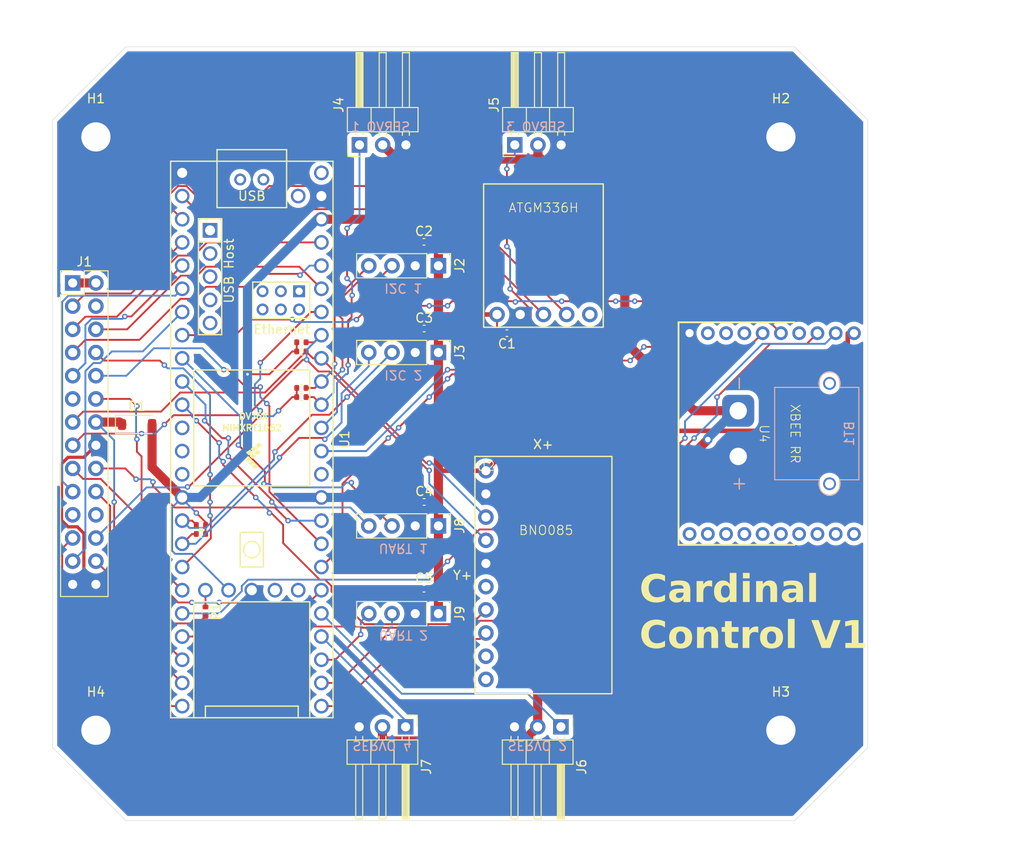
<source format=kicad_pcb>
(kicad_pcb (version 20240108) (generator "pcbnew") (generator_version "8.0")
  (layers (0 "F.Cu" signal) (31 "B.Cu" signal) (34 "B.Paste" user) (35 "F.Paste" user) (36 "B.SilkS" user "B.Silkscreen") (37 "F.SilkS" user "F.Silkscreen") (38 "B.Mask" user) (39 "F.Mask" user) (44 "Edge.Cuts" user))
  (net 0 "")
  (net 1 "+SERVO")
  (net 2 "GND")
  (net 3 "+3V3")
  (net 4 "Net-(D1-K)")
  (net 5 "/PWM_2")
  (net 6 "/ENA_1")
  (net 7 "/S_OX_2")
  (net 8 "/SPEED_3")
  (net 9 "/SPEED_1")
  (net 10 "+BATT")
  (net 11 "/SCL")
  (net 12 "/PWM_3")
  (net 13 "/SDA")
  (net 14 "/SPEED_4")
  (net 15 "/ENA_2")
  (net 16 "/SPEED_2")
  (net 17 "/NFAULT_3")
  (net 18 "/NFAULT_1")
  (net 19 "/S_OX_3")
  (net 20 "/S_OX_1")
  (net 21 "/NFAULT_2")
  (net 22 "/PWM_1")
  (net 23 "/ENA_3")
  (net 24 "/PWM_4")
  (net 25 "/S_OX_4")
  (net 26 "/ENA_4")
  (net 27 "/NFAULT_4")
  (net 28 "/SCL_2")
  (net 29 "/SDA_2")
  (net 30 "/SDA_3")
  (net 31 "/SCL_3")
  (net 32 "/SERVO_1")
  (net 33 "/SERVO_3")
  (net 34 "/SERVO_2")
  (net 35 "/SERVO_4")
  (net 36 "/RX_2")
  (net 37 "/TX_2")
  (net 38 "/VBAT")
  (net 40 "/GPS_RX")
  (net 41 "/RESET_IMU")
  (net 43 "/GPS_TX")
  (net 53 "/TX_8")
  (net 62 "/IMU_INT")
  (net 65 "/RX_8")
  (net 70 "/XBEE_TX")
  (net 71 "/XBEE_RX")
  (net 72 "/XBEE_RESET")
  (net 73 "/RSSI")
  (footprint "Connector_PinHeader_2.54mm:PinHeader_1x04_P2.54mm_Vertical" (layer "F.Cu") (at 94.499998 93.225026 -90)
    (property "Reference" "J9")
    (property "Value" "UART 2")
  )
  (footprint "Diode_SMD:D_SOD-123" (layer "F.Cu") (at 61.5 72.5)
    (property "Reference" "D1")
    (property "Value" "MMSZ4679")
  )
  (footprint "Resistor_SMD:R_0402_1005Metric" (layer "F.Cu") (at 79.5 63.5)
    (property "Reference" "R3" (hide yes))
    (property "Value" "4.7k")
  )
  (footprint "Resistor_SMD:R_0402_1005Metric" (layer "F.Cu") (at 79.5 68.5)
    (property "Reference" "R6" (hide yes))
    (property "Value" "4.7k")
  )
  (footprint "teensy:Teensy41" (layer "F.Cu") (at 74.0692 74.1468 -90)
    (property "Reference" "U1")
    (property "Value" "Teensy4.1")
  )
  (footprint "Resistor_SMD:R_0402_1005Metric" (layer "F.Cu") (at 68.5 84.5 180)
    (property "Reference" "R4" (hide yes))
    (property "Value" "4.7k")
  )
  (footprint "Capacitor_SMD:C_0402_1005Metric" (layer "F.Cu") (at 92.92 52.491349)
    (property "Reference" "C2")
    (property "Value" "0.1uF")
  )
  (footprint "Capacitor_SMD:C_0402_1005Metric" (layer "F.Cu") (at 102 62.5 180)
    (property "Reference" "C1")
    (property "Value" "0.1uF")
  )
  (footprint "Connector_PinHeader_2.54mm:PinHeader_1x04_P2.54mm_Vertical" (layer "F.Cu") (at 94.499998 83.615026 -90)
    (property "Reference" "J8")
    (property "Value" "UART 1")
  )
  (footprint "Connector_PinHeader_2.54mm:PinHeader_1x03_P2.54mm_Horizontal" (layer "F.Cu") (at 107.9112 105.625 -90)
    (property "Reference" "J6")
    (property "Value" "SERVO_2")
  )
  (footprint "Connector_PinHeader_2.54mm:PinHeader_1x03_P2.54mm_Horizontal" (layer "F.Cu") (at 102.8612 41.875 90)
    (property "Reference" "J5")
    (property "Value" "SERVO_3")
  )
  (footprint "Capacitor_SMD:C_0402_1005Metric" (layer "F.Cu") (at 92.94 61.991349)
    (property "Reference" "C3")
    (property "Value" "0.1uF")
  )
  (footprint "Resistor_SMD:R_0402_1005Metric" (layer "F.Cu") (at 69 93 -90)
    (property "Reference" "R1")
    (property "Value" "3.3k")
  )
  (footprint "Connector_PinHeader_2.54mm:PinHeader_1x04_P2.54mm_Vertical" (layer "F.Cu") (at 94.499998 55.115026 -90)
    (property "Reference" "J2")
    (property "Value" "I2C 1")
  )
  (footprint "Custom:ATGM336H_PCB" (layer "F.Cu") (at 100.92 60.45)
    (property "Reference" "U3" (hide yes))
    (property "Value" "~")
  )
  (footprint "Capacitor_SMD:C_0402_1005Metric" (layer "F.Cu") (at 92.92 90.491349)
    (property "Reference" "C5")
    (property "Value" "0.1uF")
  )
  (footprint "Custom:BNO055_PCB" (layer "F.Cu") (at 99.7 77.57)
    (property "Reference" "U2")
    (property "Value" "~")
  )
  (footprint "Capacitor_SMD:C_0402_1005Metric" (layer "F.Cu") (at 92.94 80.991349)
    (property "Reference" "C4")
    (property "Value" "0.1uF")
  )
  (footprint "Resistor_SMD:R_0402_1005Metric" (layer "F.Cu") (at 68.5 83.5 180)
    (property "Reference" "R5" (hide yes))
    (property "Value" "4.7k")
  )
  (footprint "MountingHole:MountingHole_3.2mm_M3_Pad" (layer "F.Cu") (at 132 106)
    (property "Reference" "H3")
    (property "Value" "MountingHole_Pad")
  )
  (footprint "Connector_PinHeader_2.54mm:PinHeader_1x03_P2.54mm_Horizontal" (layer "F.Cu") (at 85.8612 41.875 90)
    (property "Reference" "J4")
    (property "Value" "SERVO_1")
  )
  (footprint "MountingHole:MountingHole_3.2mm_M3_Pad" (layer "F.Cu") (at 57 41)
    (property "Reference" "H1")
    (property "Value" "MountingHole_Pad")
  )
  (footprint "Custom:XBEE_RR_THT" (layer "F.Cu") (at 129.68 73.5 -90)
    (property "Reference" "U4")
    (property "Value" "~")
  )
  (footprint "Connector_PinHeader_2.54mm:PinHeader_1x04_P2.54mm_Vertical" (layer "F.Cu") (at 94.499998 64.615026 -90)
    (property "Reference" "J3")
    (property "Value" "I2C 2")
  )
  (footprint "MountingHole:MountingHole_3.2mm_M3_Pad" (layer "F.Cu") (at 57 106)
    (property "Reference" "H4")
    (property "Value" "MountingHole_Pad")
  )
  (footprint "Connector_PinHeader_2.54mm:PinHeader_1x03_P2.54mm_Horizontal" (layer "F.Cu") (at 90.9112 105.625 -90)
    (property "Reference" "J7")
    (property "Value" "SERVO_4")
  )
  (footprint "MountingHole:MountingHole_3.2mm_M3_Pad" (layer "F.Cu") (at 132 41)
    (property "Reference" "H2")
    (property "Value" "MountingHole_Pad")
  )
  (footprint "Resistor_SMD:R_0402_1005Metric" (layer "F.Cu") (at 79.5 69.5)
    (property "Reference" "R7" (hide yes))
    (property "Value" "4.7k")
  )
  (footprint "Resistor_SMD:R_0402_1005Metric" (layer "F.Cu") (at 79.5 64.5)
    (property "Reference" "R2" (hide yes))
    (property "Value" "4.7k")
  )
  (footprint "Connector_PinHeader_2.54mm:PinHeader_2x14_P2.54mm_Vertical" (layer "F.Cu") (at 54.46 57)
    (property "Reference" "J1")
    (property "Value" "Conn_02x14_Odd_Even")
  )
  (footprint "Connector_AMASS:AMASS_XT30PW-M_1x02_P2.50mm_Horizontal" (layer "B.Cu") (at 127.325 71 90)
    (property "Reference" "BT1")
    (property "Value" "Battery")
  )
  (gr_line (start 141.5112 39.1318) (end 133.5112 31.1318) (stroke (width 0.05)) (layer "Edge.Cuts"))
  (gr_line (start 133.5112 115.8918) (end 141.5112 107.8918) (stroke (width 0.05)) (layer "Edge.Cuts"))
  (gr_line (start 141.5112 107.8918) (end 141.5112 39.1318) (stroke (width 0.05)) (layer "Edge.Cuts"))
  (gr_line (start 133.5112 115.8918) (end 60.2612 115.8918) (stroke (width 0.05)) (layer "Edge.Cuts"))
  (gr_line (start 133.5112 31.1318) (end 60.2612 31.1318) (stroke (width 0.05)) (layer "Edge.Cuts"))
  (gr_line (start 52.2612 107.8918) (end 60.2612 115.8918) (stroke (width 0.05)) (layer "Edge.Cuts"))
  (gr_line (start 52.2612 107.8918) (end 52.2612 39.1318) (stroke (width 0.05)) (layer "Edge.Cuts"))
  (gr_line (start 60.2612 31.1318) (end 52.2612 39.1318) (stroke (width 0.05)) (layer "Edge.Cuts"))
  (gr_text "UART 1" (at 87.874523 85.491349 180) (layer "B.SilkS") (effects (font (size 1 1)) (justify left bottom mirror)))
  (gr_text "I2C 2" (at 88.493571 66.491349 180) (layer "B.SilkS") (effects (font (size 1 1)) (justify left bottom mirror)))
  (gr_text "SERVO 2" (at 102 107.065 180) (layer "B.SilkS") (effects (font (size 1 1)) (justify left bottom mirror)))
  (gr_text "SERVO 3" (at 108.5 40.5 0) (layer "B.SilkS") (effects (font (size 1 1)) (justify left bottom mirror)))
  (gr_text "SERVO 4" (at 85 107.065 180) (layer "B.SilkS") (effects (font (size 1 1)) (justify left bottom mirror)))
  (gr_text "UART 2" (at 87.874523 94.991349 180) (layer "B.SilkS") (effects (font (size 1 1)) (justify left bottom mirror)))
  (gr_text "I2C 1" (at 88.493571 56.991349 180) (layer "B.SilkS") (effects (font (size 1 1)) (justify left bottom mirror)))
  (gr_text "SERVO 1" (at 91.5 40.5 0) (layer "B.SilkS") (effects (font (size 1 1)) (justify left bottom mirror)))
  (gr_text "Cardinal\nControl V1" (at 116.5 97.5 0) (layer "F.SilkS") (effects (font (size 3 3) (thickness 0.2) (bold yes)) (justify left bottom)))
  (segment (start 88.3712 105.625) (end 88.3712 106.827081) (width 1) (layer "F.Cu") (net 1))
  (segment (start 103.8212 107.175) (end 105.3712 105.625) (width 1) (layer "F.Cu") (net 1))
  (segment (start 122.5 71) (end 127.325 71) (width 1) (layer "F.Cu") (net 1))
  (segment (start 88.4012 41.875) (end 89.9512 43.425) (width 1) (layer "F.Cu") (net 1))
  (segment (start 124 74.15) (end 105.3712 92.7788) (width 1) (layer "F.Cu") (net 1))
  (segment (start 114.91 63.41) (end 122.5 71) (width 1) (layer "F.Cu") (net 1))
  (segment (start 105.053281 43.425) (end 105.4012 43.077081) (width 1) (layer "F.Cu") (net 1))
  (segment (start 105.4012 43.077081) (end 105.4012 41.875) (width 1) (layer "F.Cu") (net 1))
  (segment (start 88.719119 107.175) (end 103.8212 107.175) (width 1) (layer "F.Cu") (net 1))
  (segment (start 105.3712 92.7788) (end 105.3712 105.625) (width 1) (layer "F.Cu") (net 1))
  (segment (start 105.4012 43.077081) (end 114.91 52.585881) (width 1) (layer "F.Cu") (net 1))
  (segment (start 88.3712 106.827081) (end 88.719119 107.175) (width 1) (layer "F.Cu") (net 1))
  (segment (start 89.9512 43.425) (end 105.053281 43.425) (width 1) (layer "F.Cu") (net 1))
  (segment (start 114.91 52.585881) (end 114.91 63.41) (width 1) (layer "F.Cu") (net 1))
  (via (at 124 74.15) (size 1) (drill 0.6) (layers "F.Cu" "B.Cu") (net 1))
  (segment (start 127.325 71) (end 127 71) (width 1) (layer "B.Cu") (net 1))
  (segment (start 127 71) (end 124 74) (width 1) (layer "B.Cu") (net 1))
  (segment (start 124 74) (end 124 74.15) (width 1) (layer "B.Cu") (net 1))
  (segment (start 53.952588 76.095) (end 53.235 76.812588) (width 0.35) (layer "F.Cu") (net 2))
  (segment (start 54.967412 83.715) (end 55.685 84.432588) (width 0.35) (layer "F.Cu") (net 2))
  (segment (start 55.685 76.095) (end 53.952588 76.095) (width 0.35) (layer "F.Cu") (net 2))
  (segment (start 91.96 64.615024) (end 91.96 62.491349) (width 0.2) (layer "F.Cu") (net 2))
  (segment (start 57 74.78) (end 55.685 76.095) (width 0.35) (layer "F.Cu") (net 2))
  (segment (start 53.952588 83.715) (end 54.967412 83.715) (width 0.35) (layer "F.Cu") (net 2))
  (segment (start 91.96 55.115024) (end 91.96 52.971349) (width 0.2) (layer "F.Cu") (net 2))
  (segment (start 55.685 84.432588) (end 55.685 88.705) (width 0.35) (layer "F.Cu") (net 2))
  (segment (start 91.96 52.971349) (end 92.44 52.491349) (width 0.2) (layer "F.Cu") (net 2))
  (segment (start 91.96 81.491349) (end 92.46 80.991349) (width 0.2) (layer "F.Cu") (net 2))
  (segment (start 55.685 88.705) (end 57 90.02) (width 0.35) (layer "F.Cu") (net 2))
  (segment (start 91.96 62.491349) (end 92.46 61.991349) (width 0.2) (layer "F.Cu") (net 2))
  (segment (start 91.96 93.225024) (end 91.96 90.971349) (width 0.2) (layer "F.Cu") (net 2))
  (segment (start 102.48 61.43) (end 103.46 60.45) (width 0.2) (layer "F.Cu") (net 2))
  (segment (start 91.96 90.971349) (end 92.44 90.491349) (width 0.2) (layer "F.Cu") (net 2))
  (segment (start 91.96 83.615024) (end 91.96 81.491349) (width 0.2) (layer "F.Cu") (net 2))
  (segment (start 102.48 62.5) (end 102.48 61.43) (width 0.2) (layer "F.Cu") (net 2))
  (segment (start 53.235 76.812588) (end 53.235 82.997412) (width 0.35) (layer "F.Cu") (net 2))
  (segment (start 92.44 54.635024) (end 91.96 55.115024) (width 0.2) (layer "F.Cu") (net 2))
  (segment (start 53.235 82.997412) (end 53.952588 83.715) (width 0.35) (layer "F.Cu") (net 2))
  (segment (start 94.5 82.071349) (end 93.42 80.991349) (width 0.2) (layer "F.Cu") (net 3))
  (segment (start 104.07 73.2) (end 99.7 77.57) (width 0.5) (layer "F.Cu") (net 3))
  (segment (start 99.7 77.57) (end 94.569998 77.57) (width 0.5) (layer "F.Cu") (net 3))
  (segment (start 94.499998 77.5) (end 94.499998 93.225026) (width 1) (layer "F.Cu") (net 3))
  (segment (start 94.499998 60.5) (end 94.499998 77.5) (width 1) (layer "F.Cu") (net 3))
  (segment (start 94.5 55.115024) (end 94.5 53.591349) (width 0.2) (layer "F.Cu") (net 3))
  (segment (start 94.5 63.071349) (end 93.42 61.991349) (width 0.2) (layer "F.Cu") (net 3))
  (segment (start 94.5 91.591349) (end 93.4 90.491349) (width 0.2) (layer "F.Cu") (net 3))
  (segment (start 91.467271 50.0168) (end 94.499998 53.049527) (width 1) (layer "F.Cu") (net 3))
  (segment (start 100.92 61.9) (end 101.52 62.5) (width 0.2) (layer "F.Cu") (net 3))
  (segment (start 78.99 63.5) (end 78.99 64.5) (width 0.2) (layer "F.Cu") (net 3))
  (segment (start 94.5 83.615024) (end 94.5 82.071349) (width 0.2) (layer "F.Cu") (net 3))
  (segment (start 129.833881 73.2) (end 104.07 73.2) (width 0.5) (layer "F.Cu") (net 3))
  (segment (start 69.01 83.5) (end 69.01 83.2068) (width 0.2) (layer "F.Cu") (net 3))
  (segment (start 94.5 64.615024) (end 94.5 63.071349) (width 0.2) (layer "F.Cu") (net 3))
  (segment (start 94.5 93.225024) (end 94.5 91.591349) (width 0.2) (layer "F.Cu") (net 3))
  (segment (start 63.15 72.5) (end 63.15 77.1976) (width 1) (layer "F.Cu") (net 3))
  (segment (start 139.32 63.713881) (end 129.833881 73.2) (width 0.5) (layer "F.Cu") (net 3))
  (segment (start 78.99 69.5) (end 78.99 68.5) (width 0.2) (layer "F.Cu") (net 3))
  (segment (start 76 67) (end 73.6 67) (width 0.2) (layer "F.Cu") (net 3))
  (segment (start 78.5 64.5) (end 76 67) (width 0.2) (layer "F.Cu") (net 3))
  (segment (start 94.549998 60.45) (end 94.499998 60.5) (width 0.5) (layer "F.Cu") (net 3))
  (segment (start 63.15 77.1976) (end 66.4492 80.4968) (width 1) (layer "F.Cu") (net 3))
  (segment (start 94.5 53.591349) (end 93.4 52.491349) (width 0.2) (layer "F.Cu") (net 3))
  (segment (start 69.01 84.5) (end 69.01 83.5) (width 0.2) (layer "F.Cu") (net 3))
  (segment (start 78.99 64.5) (end 78.5 64.5) (width 0.2) (layer "F.Cu") (net 3))
  (segment (start 81.6892 50.0168) (end 91.467271 50.0168) (width 1) (layer "F.Cu") (net 3))
  (segment (start 77 71) (end 78.5 69.5) (width 0.2) (layer "F.Cu") (net 3))
  (segment (start 78.5 69.5) (end 78.99 69.5) (width 0.2) (layer "F.Cu") (net 3))
  (segment (start 94.569998 77.57) (end 94.499998 77.5) (width 0.5) (layer "F.Cu") (net 3))
  (segment (start 94.499998 53.049527) (end 94.499998 60.5) (width 1) (layer "F.Cu") (net 3))
  (segment (start 100.92 60.45) (end 94.549998 60.45) (width 0.5) (layer "F.Cu") (net 3))
  (segment (start 100.92 60.45) (end 100.92 61.9) (width 0.2) (layer "F.Cu") (net 3))
  (segment (start 139.32 62.5118) (end 139.32 63.713881) (width 0.5) (layer "F.Cu") (net 3))
  (segment (start 69.01 83.2068) (end 68 82.1968) (width 0.2) (layer "F.Cu") (net 3))
  (via (at 73.6 67) (size 0.6) (drill 0.3) (layers "F.Cu" "B.Cu") (net 3))
  (via (at 68 82.1968) (size 0.6) (drill 0.3) (layers "F.Cu" "B.Cu") (net 3))
  (via (at 77 71) (size 0.6) (drill 0.3) (layers "F.Cu" "B.Cu") (net 3))
  (segment (start 66.4492 80.4968) (end 68.417414 80.4968) (width 1) (layer "B.Cu") (net 3))
  (segment (start 66.4492 80.646) (end 66.4492 80.4968) (width 0.2) (layer "B.Cu") (net 3))
  (segment (start 68 82.1968) (end 66.4492 80.646) (width 0.2) (layer "B.Cu") (net 3))
  (segment (start 65.6768 86.6768) (end 65.3492 86.3492) (width 0.2) (layer "B.Cu") (net 3))
  (segment (start 67.5492 86.6768) (end 65.6768 86.6768) (width 0.2) (layer "B.Cu") (net 3))
  (segment (start 81.231611 50.0168) (end 81.6892 50.0168) (width 1) (layer "B.Cu") (net 3))
  (segment (start 71.5292 90.6568) (end 67.5492 86.6768) (width 0.2) (layer "B.Cu") (net 3))
  (segment (start 77 71) (end 76.4 71.6) (width 0.2) (layer "B.Cu") (net 3))
  (segment (start 65.3492 86.3492) (end 65.3492 81.5968) (width 0.2) (layer "B.Cu") (net 3))
  (segment (start 65.3492 81.5968) (end 66.4492 80.4968) (width 0.2) (layer "B.Cu") (net 3))
  (segment (start 73.6 67) (end 73.6 57.648411) (width 1) (layer "B.Cu") (net 3))
  (segment (start 73.6 57.648411) (end 81.231611 50.0168) (width 1) (layer "B.Cu") (net 3))
  (segment (start 73.6 75.314214) (end 73.6 71.5) (width 1) (layer "B.Cu") (net 3))
  (segment (start 76.4 71.6) (end 73.7 71.6) (width 0.2) (layer "B.Cu") (net 3))
  (segment (start 73.6 71.5) (end 73.6 67) (width 1) (layer "B.Cu") (net 3))
  (segment (start 68.417414 80.4968) (end 73.6 75.314214) (width 1) (layer "B.Cu") (net 3))
  (segment (start 73.7 71.6) (end 73.6 71.5) (width 0.2) (layer "B.Cu") (net 3))
  (segment (start 69 93.51) (end 68.2132 94.2968) (width 0.2) (layer "F.Cu") (net 4))
  (segment (start 59 88) (end 59 82.5) (width 0.2) (layer "F.Cu") (net 4))
  (segment (start 57.09 72.15) (end 57 72.24) (width 1) (layer "F.Cu") (net 4))
  (segment (start 57 72.24) (end 59.59 72.24) (width 1) (layer "F.Cu") (net 4))
  (segment (start 59.59 72.24) (end 59.85 72.5) (width 1) (layer "F.Cu") (net 4))
  (segment (start 65 94) (end 59 88) (width 0.2) (layer "F.Cu") (net 4))
  (segment (start 65.2968 94.2968) (end 65 94) (width 0.2) (layer "F.Cu") (net 4))
  (segment (start 59 82.5) (end 59 81) (width 0.2) (layer "F.Cu") (net 4))
  (segment (start 68.2132 94.2968) (end 65.2968 94.2968) (width 0.2) (layer "F.Cu") (net 4))
  (via (at 59 81) (size 0.6) (drill 0.3) (layers "F.Cu" "B.Cu") (net 4))
  (segment (start 59 81) (end 59 74.24) (width 0.2) (layer "B.Cu") (net 4))
  (segment (start 59 74.24) (end 57 72.24) (width 0.2) (layer "B.Cu") (net 4))
  (segment (start 58.746346 64.5) (end 62.126 64.5) (width 0.2) (layer "B.Cu") (net 5))
  (segment (start 57.476346 65.77) (end 58.746346 64.5) (width 0.2) (layer "B.Cu") (net 5))
  (segment (start 62.126 64.5) (end 66.4492 60.1768) (width 0.2) (layer "B.Cu") (net 5))
  (segment (start 54.46 87.48) (end 55.85 86.09) (width 0.2) (layer "B.Cu") (net 5))
  (segment (start 56.73 65.77) (end 57.476346 65.77) (width 0.2) (layer "B.Cu") (net 5))
  (segment (start 55.85 86.09) (end 55.85 66.65) (width 0.2) (layer "B.Cu") (net 5))
  (segment (start 55.85 66.65) (end 56.73 65.77) (width 0.2) (layer "B.Cu") (net 5))
  (segment (start 59.300365 60.69) (end 65.993565 53.9968) (width 0.2) (layer "F.Cu") (net 6))
  (segment (start 54.46 62.08) (end 55.85 60.69) (width 0.2) (layer "F.Cu") (net 6))
  (segment (start 67.723565 53.9968) (end 69.163565 52.5568) (width 0.2) (layer "F.Cu") (net 6))
  (segment (start 65.993565 53.9968) (end 67.723565 53.9968) (width 0.2) (layer "F.Cu") (net 6))
  (segment (start 69.163565 52.5568) (end 81.6892 52.5568) (width 0.2) (layer "F.Cu") (net 6))
  (segment (start 55.85 60.69) (end 59.300365 60.69) (width 0.2) (layer "F.Cu") (net 6))
  (segment (start 67.031255 79.334381) (end 67.165619 79.334381) (width 0.2) (layer "F.Cu") (net 7))
  (segment (start 75 65.73463) (end 80.55783 60.1768) (width 0.2) (layer "F.Cu") (net 7))
  (segment (start 67.165619 79.334381) (end 75 71.5) (width 0.2) (layer "F.Cu") (net 7))
  (segment (start 75 71.5) (end 75 71) (width 0.2) (layer "F.Cu") (net 7))
  (segment (start 80.55783 60.1768) (end 81.6892 60.1768) (width 0.2) (layer "F.Cu") (net 7))
  (via (at 75 65.73463) (size 0.6) (drill 0.3) (layers "F.Cu" "B.Cu") (net 7))
  (via (at 67.031255 79.334381) (size 0.6) (drill 0.3) (layers "F.Cu" "B.Cu") (net 7))
  (via (at 75 71) (size 0.6) (drill 0.3) (layers "F.Cu" "B.Cu") (net 7))
  (segment (start 66.968836 79.3968) (end 62.5432 79.3968) (width 0.2) (layer "B.Cu") (net 7))
  (segment (start 62.5432 79.3968) (end 57 84.94) (width 0.2) (layer "B.Cu") (net 7))
  (segment (start 74.4 70.4) (end 75 71) (width 0.2) (layer "B.Cu") (net 7))
  (segment (start 75 67.5) (end 74.4 68.1) (width 0.2) (layer "B.Cu") (net 7))
  (segment (start 75 65.73463) (end 75 67.5) (width 0.2) (layer "B.Cu") (net 7))
  (segment (start 74.4 68.1) (end 74.4 70.4) (width 0.2) (layer "B.Cu") (net 7))
  (segment (start 67.031255 79.334381) (end 66.968836 79.3968) (width 0.2) (layer "B.Cu") (net 7))
  (segment (start 54.46 57) (end 57 57) (width 1) (layer "F.Cu") (net 10))
  (segment (start 80.01 63.5) (end 80.906 63.5) (width 0.2) (layer "F.Cu") (net 11))
  (segment (start 65.51 71.49) (end 73.585686 71.49) (width 0.2) (layer "F.Cu") (net 11))
  (segment (start 62 73.5) (end 55.74 73.5) (width 0.2) (layer "F.Cu") (net 11))
  (segment (start 93.391716 77.525002) (end 93.499998 77.525002) (width 0.2) (layer "F.Cu") (net 11))
  (segment (start 91.433357 75.566643) (end 93.391716 77.525002) (width 0.2) (layer "F.Cu") (net 11))
  (segment (start 55.74 73.5) (end 54.46 74.78) (width 0.2) (layer "F.Cu") (net 11))
  (segment (start 81.358271 66.6968) (end 82.563514 66.6968) (width 0.2) (layer "F.Cu") (net 11))
  (segment (start 80.906 63.5) (end 81.6892 62.7168) (width 0.2) (layer "F.Cu") (net 11))
  (segment (start 79.287843 65.787843) (end 79.667181 65.408505) (width 0.2) (layer "F.Cu") (net 11))
  (segment (start 73.585686 71.49) (end 79.287843 65.787843) (width 0.2) (layer "F.Cu") (net 11))
  (segment (start 79.667181 65.408505) (end 80.069976 65.408505) (width 0.2) (layer "F.Cu") (net 11))
  (segment (start 64.5 72.5) (end 65.51 71.49) (width 0.2) (layer "F.Cu") (net 11))
  (segment (start 82.563514 66.6968) (end 91.433357 75.566643) (width 0.2) (layer "F.Cu") (net 11))
  (segment (start 80.069976 65.408505) (end 81.358271 66.6968) (width 0.2) (layer "F.Cu") (net 11))
  (via (at 64.5 72.5) (size 0.6) (drill 0.3) (layers "F.Cu" "B.Cu") (net 11))
  (via (at 62 73.5) (size 0.6) (drill 0.3) (layers "F.Cu" "B.Cu") (net 11))
  (via (at 93.499998 77.525002) (size 0.6) (drill 0.3) (layers "F.Cu" "B.Cu") (net 11))
  (via (at 80.069976 65.408505) (size 0.6) (drill 0.3) (layers "F.Cu" "B.Cu") (net 11))
  (segment (start 93.499998 77.525002) (end 93.499998 78.989998) (width 0.2) (layer "B.Cu") (net 11))
  (segment (start 63.5 73.5) (end 64.5 72.5) (width 0.2) (layer "B.Cu") (net 11))
  (segment (start 80.069976 65.408505) (end 80.069976 64.336024) (width 0.2) (layer "B.Cu") (net 11))
  (segment (start 62 73.5) (end 63.5 73.5) (width 0.2) (layer "B.Cu") (net 11))
  (segment (start 93.499998 78.989998) (end 99.7 85.19) (width 0.2) (layer "B.Cu") (net 11))
  (segment (start 80.069976 64.336024) (end 81.6892 62.7168) (width 0.2) (layer "B.Cu") (net 11))
  (segment (start 54.46 79.86) (end 53.31 78.71) (width 0.2) (layer "B.Cu") (net 12))
  (segment (start 65.696 58.39) (end 66.4492 57.6368) (width 0.2) (layer "B.Cu") (net 12))
  (segment (start 53.983654 58.39) (end 65.696 58.39) (width 0.2) (layer "B.Cu") (net 12))
  (segment (start 53.31 59.063654) (end 53.983654 58.39) (width 0.2) (layer "B.Cu") (net 12))
  (segment (start 53.31 78.71) (end 53.31 59.063654) (width 0.2) (layer "B.Cu") (net 12))
  (segment (start 75.51 69) (end 80.01 64.5) (width 0.2) (layer "F.Cu") (net 13))
  (segment (start 66.230365 69) (end 75.51 69) (width 0.2) (layer "F.Cu") (net 13))
  (segment (start 54.46 72.24) (end 55.61 71.09) (width 0.2) (layer "F.Cu") (net 13))
  (segment (start 93.1574 76.725) (end 81.6892 65.2568) (width 0.2) (layer "F.Cu") (net 13))
  (segment (start 81.6892 65.2568) (end 80.7668 65.2568) (width 0.2) (layer "F.Cu") (net 13))
  (segment (start 55.61 71.09) (end 64.140365 71.09) (width 0.2) (layer "F.Cu") (net 13))
  (segment (start 93.499998 76.725) (end 93.1574 76.725) (width 0.2) (layer "F.Cu") (net 13))
  (segment (start 80.7668 65.2568) (end 80.01 64.5) (width 0.2) (layer "F.Cu") (net 13))
  (segment (start 64.140365 71.09) (end 66.230365 69) (width 0.2) (layer "F.Cu") (net 13))
  (via (at 93.499998 76.725) (size 0.6) (drill 0.3) (layers "F.Cu" "B.Cu") (net 13))
  (segment (start 93.775 76.725) (end 99.7 82.65) (width 0.2) (layer "B.Cu") (net 13))
  (segment (start 93.499998 76.725) (end 93.775 76.725) (width 0.2) (layer "B.Cu") (net 13))
  (segment (start 65.31783 103.3568) (end 66.4492 103.3568) (width 0.2) (layer "F.Cu") (net 15))
  (segment (start 53.31 91.34897) (end 65.31783 103.3568) (width 0.2) (layer "F.Cu") (net 15))
  (segment (start 53.31 86.09) (end 53.31 91.34897) (width 0.2) (layer "F.Cu") (net 15))
  (segment (start 54.46 84.94) (end 53.31 86.09) (width 0.2) (layer "F.Cu") (net 15))
  (segment (start 58.55 81.41) (end 58.55 90.3776) (width 0.2) (layer "F.Cu") (net 17))
  (segment (start 57 79.86) (end 58.55 81.41) (width 0.2) (layer "F.Cu") (net 17))
  (segment (start 58.55 90.3776) (end 66.4492 98.2768) (width 0.2) (layer "F.Cu") (net 17))
  (segment (start 69.58 84.986) (end 66.4492 88.1168) (width 0.2) (layer "F.Cu") (net 18))
  (segment (start 69.5 79.5) (end 69.5 78) (width 0.2) (layer "F.Cu") (net 18))
  (segment (start 69.5 82.5) (end 69.58 82.58) (width 0.2) (layer "F.Cu") (net 18))
  (segment (start 69.58 82.58) (end 69.58 84.986) (width 0.2) (layer "F.Cu") (net 18))
  (segment (start 61 65.5) (end 64 65.5) (width 0.2) (layer "F.Cu") (net 18))
  (segment (start 57.88 65.5) (end 61 65.5) (width 0.2) (layer "F.Cu") (net 18))
  (segment (start 69.5 80.9968) (end 69.5 79.5) (width 0.2) (layer "F.Cu") (net 18))
  (segment (start 64 65.5) (end 64.5 66) (width 0.2) (layer "F.Cu") (net 18))
  (segment (start 57 64.62) (end 57.88 65.5) (width 0.2) (layer "F.Cu") (net 18))
  (via (at 69.5 82.5) (size 0.6) (drill 0.3) (layers "F.Cu" "B.Cu") (net 18))
  (via (at 64.5 66) (size 0.6) (drill 0.3) (layers "F.Cu" "B.Cu") (net 18))
  (via (at 69.5 80.9968) (size 0.6) (drill 0.3) (layers "F.Cu" "B.Cu") (net 18))
  (via (at 69.5 78) (size 0.6) (drill 0.3) (layers "F.Cu" "B.Cu") (net 18))
  (segment (start 69.5 81.5) (end 69.5 80.9968) (width 0.2) (layer "B.Cu") (net 18))
  (segment (start 69.5 82.5) (end 69.5 81.5) (width 0.2) (layer "B.Cu") (net 18))
  (segment (start 69.5 69.291965) (end 66.564835 66.3568) (width 0.2) (layer "B.Cu") (net 18))
  (segment (start 64.8568 66.3568) (end 64.5 66) (width 0.2) (layer "B.Cu") (net 18))
  (segment (start 69.5 78) (end 69.5 69.291965) (width 0.2) (layer "B.Cu") (net 18))
  (segment (start 66.564835 66.3568) (end 64.8568 66.3568) (width 0.2) (layer "B.Cu") (net 18))
  (segment (start 60.22 77.32) (end 61.4 78.5) (width 0.2) (layer "F.Cu") (net 19))
  (segment (start 63.25 79.25) (end 65.5968 81.5968) (width 0.2) (layer "F.Cu") (net 19))
  (segment (start 63.25 78.7968) (end 63.25 79.25) (width 0.2) (layer "F.Cu") (net 19))
  (segment (start 76.5968 81.5968) (end 78.0368 83.0368) (width 0.2) (layer "F.Cu") (net 19))
  (segment (start 57 77.32) (end 60.22 77.32) (width 0.2) (layer "F.Cu") (net 19))
  (segment (start 65.5968 81.5968) (end 76.5968 81.5968) (width 0.2) (layer "F.Cu") (net 19))
  (segment (start 57 77.32) (end 57.4632 76.8568) (width 0.2) (layer "F.Cu") (net 19))
  (via (at 63.25 78.7968) (size 0.6) (drill 0.3) (layers "F.Cu" "B.Cu") (net 19))
  (via (at 61.4 78.5) (size 0.6) (drill 0.3) (layers "F.Cu" "B.Cu") (net 19))
  (via (at 78.0368 83.0368) (size 0.6) (drill 0.3) (layers "F.Cu" "B.Cu") (net 19))
  (segment (start 81.6892 83.0368) (end 78.0368 83.0368) (width 0.2) (layer "B.Cu") (net 19))
  (segment (start 62.9532 78.5) (end 61.4 78.5) (width 0.2) (layer "B.Cu") (net 19))
  (segment (start 63.25 78.7968) (end 62.9532 78.5) (width 0.2) (layer "B.Cu") (net 19))
  (segment (start 79.2684 55.216) (end 81.6892 57.6368) (width 0.2) (layer "F.Cu") (net 20))
  (segment (start 69.044365 55.216) (end 79.2684 55.216) (width 0.2) (layer "F.Cu") (net 20))
  (segment (start 57 62.08) (end 60.42 62.08) (width 0.2) (layer "F.Cu") (net 20))
  (segment (start 68.063565 56.1968) (end 69.044365 55.216) (width 0.2) (layer "F.Cu") (net 20))
  (segment (start 66.3032 56.1968) (end 68.063565 56.1968) (width 0.2) (layer "F.Cu") (net 20))
  (segment (start 60.42 62.08) (end 66.3032 56.1968) (width 0.2) (layer "F.Cu") (net 20))
  (segment (start 58.15 92.5176) (end 66.4492 100.8168) (width 0.2) (layer "F.Cu") (net 21))
  (segment (start 58.15 88.63) (end 58.15 92.5176) (width 0.2) (layer "F.Cu") (net 21))
  (segment (start 57 87.48) (end 58.15 88.63) (width 0.2) (layer "F.Cu") (net 21))
  (segment (start 55.85 58.15) (end 54.46 59.54) (width 0.2) (layer "F.Cu") (net 22))
  (segment (start 60.856 58.15) (end 55.85 58.15) (width 0.2) (layer "F.Cu") (net 22))
  (segment (start 66.4492 52.5568) (end 60.856 58.15) (width 0.2) (layer "F.Cu") (net 22))
  (segment (start 55.61 78.47) (end 57.53 78.47) (width 0.2) (layer "F.Cu") (net 23))
  (segment (start 80.346 92) (end 81.6892 90.6568) (width 0.2) (layer "F.Cu") (net 23))
  (segment (start 66 92) (end 67.5 92) (width 0.2) (layer "F.Cu") (net 23))
  (segment (start 61.6 87.6) (end 66 92) (width 0.2) (layer "F.Cu") (net 23))
  (segment (start 61.6 82.54) (end 61.6 87.6) (width 0.2) (layer "F.Cu") (net 23))
  (segment (start 54.46 77.32) (end 55.61 78.47) (width 0.2) (layer "F.Cu") (net 23))
  (segment (start 70.5 92) (end 80.346 92) (width 0.2) (layer "F.Cu") (net 23))
  (segment (start 57.53 78.47) (end 61.6 82.54) (width 0.2) (layer "F.Cu") (net 23))
  (via (at 70.5 92) (size 0.6) (drill 0.3) (layers "F.Cu" "B.Cu") (net 23))
  (via (at 67.5 92) (size 0.6) (drill 0.3) (layers "F.Cu" "B.Cu") (net 23))
  (segment (start 70 92) (end 70.5 92) (width 0.2) (layer "B.Cu") (net 23))
  (segment (start 67.5 92) (end 70 92) (width 0.2) (layer "B.Cu") (net 23))
  (segment (start 60.876552 60.669448) (end 66.4492 55.0968) (width 0.2) (layer "F.Cu") (net 24))
  (segment (start 60.169447 60.669448) (end 60.876552 60.669448) (width 0.2) (layer "F.Cu") (net 24))
  (via (at 60.169447 60.669448) (size 0.6) (drill 0.3) (layers "F.Cu" "B.Cu") (net 24))
  (segment (start 55.85 62) (end 55.85 61.603654) (width 0.2) (layer "B.Cu") (net 24))
  (segment (start 55.85 65.77) (end 55.85 62) (width 0.2) (layer "B.Cu") (net 24))
  (segment (start 54.46 67.16) (end 55.85 65.77) (width 0.2) (layer "B.Cu") (net 24))
  (segment (start 55.85 61.603654) (end 56.523654 60.93) (width 0.2) (layer "B.Cu") (net 24))
  (segment (start 59.908895 60.93) (end 60.169447 60.669448) (width 0.2) (layer "B.Cu") (net 24))
  (segment (start 56.523654 60.93) (end 59.908895 60.93) (width 0.2) (layer "B.Cu") (net 24))
  (segment (start 71.6968 66.6968) (end 73.5 68.5) (width 0.2) (layer "F.Cu") (net 25))
  (segment (start 71.6968 66.6968) (end 71.5 66.5) (width 0.2) (layer "F.Cu") (net 25))
  (segment (start 57 67.16) (end 57.4632 66.6968) (width 0.2) (layer "F.Cu") (net 25))
  (segment (start 74.9 68.5) (end 75 68.4) (width 0.2) (layer "F.Cu") (net 25))
  (segment (start 76 79.8876) (end 81.6892 85.5768) (width 0.2) (layer "F.Cu") (net 25))
  (segment (start 71.5 66.5) (end 71 66.5) (width 0.2) (layer "F.Cu") (net 25))
  (segment (start 75.712108 70.212108) (end 76 70.5) (width 0.2) (layer "F.Cu") (net 25))
  (segment (start 76 70.5) (end 76 79.8876) (width 0.2) (layer "F.Cu") (net 25))
  (segment (start 73.5 68.5) (end 74.9 68.5) (width 0.2) (layer "F.Cu") (net 25))
  (via (at 75.712108 70.212108) (size 0.6) (drill 0.3) (layers "F.Cu" "B.Cu") (net 25))
  (via (at 75 68.4) (size 0.6) (drill 0.3) (layers "F.Cu" "B.Cu") (net 25))
  (via (at 71 66.5) (size 0.6) (drill 0.3) (layers "F.Cu" "B.Cu") (net 25))
  (segment (start 68.6568 64.1568) (end 63.3432 64.1568) (width 0.2) (layer "B.Cu") (net 25))
  (segment (start 75 68.4) (end 75 69.5) (width 0.2) (layer "B.Cu") (net 25))
  (segment (start 63.3432 64.1568) (end 60.34 67.16) (width 0.2) (layer "B.Cu") (net 25))
  (segment (start 75 69.5) (end 75.712108 70.212108) (width 0.2) (layer "B.Cu") (net 25))
  (segment (start 60.34 67.16) (end 57 67.16) (width 0.2) (layer "B.Cu") (net 25))
  (segment (start 71 66.5) (end 68.6568 64.1568) (width 0.2) (layer "B.Cu") (net 25))
  (segment (start 66.2632 58.7368) (end 67.7632 58.7368) (width 0.2) (layer "F.Cu") (net 26))
  (segment (start 67.7632 58.7368) (end 69.084 57.416) (width 0.2) (layer "F.Cu") (net 26))
  (segment (start 75.5 56) (end 78.5 56) (width 0.2) (layer "F.Cu") (net 26))
  (segment (start 74.084 57.416) (end 75.5 56) (width 0.2) (layer "F.Cu") (net 26))
  (segment (start 61.77 63.23) (end 66.2632 58.7368) (width 0.2) (layer "F.Cu") (net 26))
  (segment (start 78.5 56) (end 79.20387 56) (width 0.2) (layer "F.Cu") (net 26))
  (segment (start 55.85 63.23) (end 61.77 63.23) (width 0.2) (layer "F.Cu") (net 26))
  (segment (start 79.20387 56) (end 79.351935 56.148065) (width 0.2) (layer "F.Cu") (net 26))
  (segment (start 69.084 57.416) (end 74.084 57.416) (width 0.2) (layer "F.Cu") (net 26))
  (segment (start 54.46 64.62) (end 55.85 63.23) (width 0.2) (layer "F.Cu") (net 26))
  (via (at 79.351935 56.148065) (size 0.6) (drill 0.3) (layers "F.Cu" "B.Cu") (net 26))
  (segment (start 79.351935 56.148065) (end 80.4032 55.0968) (width 0.2) (layer "B.Cu") (net 26))
  (segment (start 80.4032 55.0968) (end 81.6892 55.0968) (width 0.2) (layer "B.Cu") (net 26))
  (segment (start 60.71 69.7) (end 57 69.7) (width 0.2) (layer "F.Cu") (net 27))
  (segment (start 61.487851 75.487851) (end 61.487851 74.114579) (width 0.2) (layer "F.Cu") (net 27))
  (segment (start 66.4492 90.6568) (end 62 86.2076) (width 0.2) (layer "F.Cu") (net 27))
  (segment (start 61.5 70.49) (end 60.71 69.7) (width 0.2) (layer "F.Cu") (net 27))
  (segment (start 62 86.2076) (end 62 76) (width 0.2) (layer "F.Cu") (net 27))
  (segment (start 62 76) (end 61.487851 75.487851) (width 0.2) (layer "F.Cu") (net 27))
  (via (at 61.487851 74.114579) (size 0.6) (drill 0.3) (layers "F.Cu" "B.Cu") (net 27))
  (via (at 61.5 70.49) (size 0.6) (drill 0.3) (layers "F.Cu" "B.Cu") (net 27))
  (segment (start 61.4 70.6) (end 61.5 70.5) (width 0.2) (layer "B.Cu") (net 27))
  (segment (start 61.4 74.026728) (end 61.4 70.6) (width 0.2) (layer "B.Cu") (net 27))
  (segment (start 61.487851 74.114579) (end 61.4 74.026728) (width 0.2) (layer "B.Cu") (net 27))
  (segment (start 61.5 70.5) (end 61.5 70.49) (width 0.2) (layer "B.Cu") (net 27))
  (segment (start 80.01 69.5) (end 80.8524 69.5) (width 0.2) (layer "F.Cu") (net 28))
  (segment (start 83.540465 59.020245) (end 83.540465 60.5) (width 0.2) (layer "F.Cu") (net 28))
  (segment (start 86.030355 56.530355) (end 83.540465 59.020245) (width 0.2) (layer "F.Cu") (net 28))
  (segment (start 80.8524 69.5) (end 81.6892 70.3368) (width 0.2) (layer "F.Cu") (net 28))
  (segment (start 84 60.959535) (end 84 66) (width 0.2) (layer "F.Cu") (net 28))
  (segment (start 88.004669 56.530355) (end 86.030355 56.530355) (width 0.2) (layer "F.Cu") (net 28))
  (segment (start 89.419998 55.115026) (end 88.004669 56.530355) (width 0.2) (layer "F.Cu") (net 28))
  (segment (start 84 66) (end 84 66.5) (width 0.2) (layer "F.Cu") (net 28))
  (segment (start 83.540465 60.5) (end 84 60.959535) (width 0.2) (layer "F.Cu") (net 28))
  (via (at 84 66.5) (size 0.6) (drill 0.3) (layers "F.Cu" "B.Cu") (net 28))
  (segment (start 83 69.026) (end 81.6892 70.3368) (width 0.2) (layer "B.Cu") (net 28))
  (segment (start 83 67.5) (end 83 69.026) (width 0.2) (layer "B.Cu") (net 28))
  (segment (start 84 66.5) (end 83 67.5) (width 0.2) (layer "B.Cu") (net 28))
  (segment (start 80.986 68.5) (end 81.6892 67.7968) (width 0.2) (layer "F.Cu") (net 29))
  (segment (start 83.140465 58.854559) (end 86.879998 55.115026) (width 0.2) (layer "F.Cu") (net 29))
  (segment (start 80.01 68.5) (end 80.986 68.5) (width 0.2) (layer "F.Cu") (net 29))
  (segment (start 83.140465 65.859535) (end 83.140465 58.854559) (width 0.2) (layer "F.Cu") (net 29))
  (via (at 83.140465 65.859535) (size 0.6) (drill 0.3) (layers "F.Cu" "B.Cu") (net 29))
  (segment (start 81.6892 67.7968) (end 81.7032 67.7968) (width 0.2) (layer "B.Cu") (net 29))
  (segment (start 81.7032 67.7968) (end 82.5 67) (width 0.2) (layer "B.Cu") (net 29))
  (segment (start 82.5 67) (end 83.140465 66.359535) (width 0.2) (layer "B.Cu") (net 29))
  (segment (start 83.140465 66.359535) (end 83.140465 65.859535) (width 0.2) (layer "B.Cu") (net 29))
  (segment (start 67.526 84.5) (end 66.4492 85.5768) (width 0.2) (layer "F.Cu") (net 30))
  (segment (start 82.0232 73.9768) (end 82.066901 74.020501) (width 0.2) (layer "F.Cu") (net 30))
  (segment (start 79.247897 73.9768) (end 82.0232 73.9768) (width 0.2) (layer "F.Cu") (net 30))
  (segment (start 67.99 84.5) (end 67.526 84.5) (width 0.2) (layer "F.Cu") (net 30))
  (segment (start 77.1 76.124697) (end 79.247897 73.9768) (width 0.2) (layer "F.Cu") (net 30))
  (segment (start 82.066901 74.020501) (end 82.066901 74.120725) (width 0.2) (layer "F.Cu") (net 30))
  (via (at 82.066901 74.120725) (size 0.6) (drill 0.3) (layers "F.Cu" "B.Cu") (net 30))
  (via (at 77.1 76.124697) (size 0.6) (drill 0.3) (layers "F.Cu" "B.Cu") (net 30))
  (segment (start 83.9 69.1) (end 86.879998 66.120002) (width 0.2) (layer "B.Cu") (net 30))
  (segment (start 77.1 76.4) (end 77.1 76.124697) (width 0.2) (layer "B.Cu") (net 30))
  (segment (start 86.879998 66.120002) (end 86.879998 64.615026) (width 0.2) (layer "B.Cu") (net 30))
  (segment (start 83.9 72.287626) (end 83.9 69.1) (width 0.2) (layer "B.Cu") (net 30))
  (segment (start 66.4492 85.5768) (end 67.9232 85.5768) (width 0.2) (layer "B.Cu") (net 30))
  (segment (start 75.5 78) (end 77.1 76.4) (width 0.2) (layer "B.Cu") (net 30))
  (segment (start 82.066901 74.120725) (end 83.9 72.287626) (width 0.2) (layer "B.Cu") (net 30))
  (segment (start 67.9232 85.5768) (end 75.5 78) (width 0.2) (layer "B.Cu") (net 30))
  (segment (start 80.6632 71.4368) (end 82.5632 71.4368) (width 0.2) (layer "F.Cu") (net 31))
  (segment (start 67.5268 83.0368) (end 67.99 83.5) (width 0.2) (layer "F.Cu") (net 31))
  (segment (start 76.6 75.5) (end 80.6632 71.4368) (width 0.2) (layer "F.Cu") (net 31))
  (segment (start 66.4492 83.0368) (end 67.5268 83.0368) (width 0.2) (layer "F.Cu") (net 31))
  (segment (start 82.5632 71.4368) (end 83.5 70.5) (width 0.2) (layer "F.Cu") (net 31))
  (segment (start 83.5 70.5) (end 84.5 69.5) (width 0.2) (layer "F.Cu") (net 31))
  (via (at 76.6 75.5) (size 0.6) (drill 0.3) (layers "F.Cu" "B.Cu") (net 31))
  (via (at 84.5 69.5) (size 0.6) (drill 0.3) (layers "F.Cu" "B.Cu") (net 31))
  (segment (start 76.5 76.348529) (end 76.5 76) (width 0.2) (layer "B.Cu") (net 31))
  (segment (start 69.01173 83.836799) (end 76.5 76.348529) (width 0.2) (layer "B.Cu") (net 31))
  (segment (start 84.5 69.5) (end 84.535024 69.5) (width 0.2) (layer "B.Cu") (net 31))
  (segment (start 84.535024 69.5) (end 89.419998 64.615026) (width 0.2) (layer "B.Cu") (net 31))
  (segment (start 76.5 76) (end 76.5 75.6) (width 0.2) (layer "B.Cu") (net 31))
  (segment (start 67.249199 83.836799) (end 69.01173 83.836799) (width 0.2) (layer "B.Cu") (net 31))
  (segment (start 76.5 75.6) (end 76.6 75.5) (width 0.2) (layer "B.Cu") (net 31))
  (segment (start 66.4492 83.0368) (end 67.249199 83.836799) (width 0.2) (layer "B.Cu") (net 31))
  (segment (start 84.5 56.5) (end 84.5 51.5) (width 0.2) (layer "F.Cu") (net 32))
  (segment (start 85.05693 58.35231) (end 85 58.40924) (width 0.2) (layer "F.Cu") (net 32))
  (segment (start 84.5 51.5) (end 84.5 51.0168) (width 0.2) (layer "F.Cu") (net 32))
  (segment (start 85 60.729158) (end 84.614579 61.114579) (width 0.2) (layer "F.Cu") (net 32))
  (segment (start 84.614579 61.114579) (end 84.614579 65.987851) (width 0.2) (layer "F.Cu") (net 32))
  (segment (start 85 58.40924) (end 85 60.729158) (width 0.2) (layer "F.Cu") (net 32))
  (via (at 84.5 51.0168) (size 0.6) (drill 0.3) (layers "F.Cu" "B.Cu") (net 32))
  (via (at 84.5 56.5) (size 0.6) (drill 0.3) (layers "F.Cu" "B.Cu") (net 32))
  (via (at 84.614579 65.987851) (size 0.6) (drill 0.3) (layers "F.Cu" "B.Cu") (net 32))
  (via (at 85.05693 58.35231) (size 0.6) (drill 0.3) (layers "F.Cu" "B.Cu") (net 32))
  (segment (start 81.6892 72.8768) (end 83.4 71.166) (width 0.2) (layer "B.Cu") (net 32))
  (segment (start 84.6 66.9) (end 84.6 66.00243) (width 0.2) (layer "B.Cu") (net 32))
  (segment (start 83.4 67.948529) (end 84.348529 67) (width 0.2) (layer "B.Cu") (net 32))
  (segment (start 84.348529 67) (end 84.5 67) (width 0.2) (layer "B.Cu") (net 32))
  (segment (start 85.05693 57.05693) (end 84.5 56.5) (width 0.2) (layer "B.Cu") (net 32))
  (segment (start 85.05693 58.35231) (end 85.05693 57.05693) (width 0.2) (layer "B.Cu") (net 32))
  (segment (start 83.4 71.166) (end 83.4 67.948529) (width 0.2) (layer "B.Cu") (net 32))
  (segment (start 84.5 51.0168) (end 85.8612 49.6556) (width 0.2) (layer "B.Cu") (net 32))
  (segment (start 84.5 67) (end 84.6 66.9) (width 0.2) (layer "B.Cu") (net 32))
  (segment (start 84.6 66.00243) (end 84.614579 65.987851) (width 0.2) (layer "B.Cu") (net 32))
  (segment (start 85.8612 49.6556) (end 85.8612 41.875) (width 0.2) (layer "B.Cu") (net 32))
  (segment (start 102 52) (end 102 53) (width 0.2) (layer "F.Cu") (net 33))
  (segment (start 104.61 61.39) (end 99.5 66.5) (width 0.2) (layer "F.Cu") (net 33))
  (segment (start 104.61 59.90853) (end 104.61 61.39) (width 0.2) (layer "F.Cu") (net 33))
  (segment (start 102.350735 57.649265) (end 104.61 59.90853) (width 0.2) (layer "F.Cu") (net 33))
  (segment (start 102 44.5) (end 102 52) (width 0.2) (layer "F.Cu") (net 33))
  (segment (start 99.5 66.5) (end 95.5 66.5) (width 0.2) (layer "F.Cu") (net 33))
  (via (at 102 53) (size 0.6) (drill 0.3) (layers "F.Cu" "B.Cu") (net 33))
  (via (at 95.5 66.5) (size 0.6) (drill 0.3) (layers "F.Cu" "B.Cu") (net 33))
  (via (at 102 44.5) (size 0.6) (drill 0.3) (layers "F.Cu" "B.Cu") (net 33))
  (via (at 102.350735 57.649265) (size 0.6) (drill 0.3) (layers "F.Cu" "B.Cu") (net 33))
  (segment (start 86.5832 75.4168) (end 81.6892 75.4168) (width 0.2) (layer "B.Cu") (net 33))
  (segment (start 102.350735 53.350735) (end 102 53) (width 0.2) (layer "B.Cu") (net 33))
  (segment (start 102.8612 43.1388) (end 102.5 43.5) (width 0.2) (layer "B.Cu") (net 33))
  (segment (start 95.5 66.5) (end 86.5832 75.4168) (width 0.2) (layer "B.Cu") (net 33))
  (segment (start 102.5 43.5) (end 102 44) (width 0.2) (layer "B.Cu") (net 33))
  (segment (start 102 44) (end 102 44.5) (width 0.2) (layer "B.Cu") (net 33))
  (segment (start 102.8612 41.875) (end 102.8612 43.1388) (width 0.2) (layer "B.Cu") (net 33))
  (segment (start 102.350735 57.649265) (end 102.350735 53.350735) (width 0.2) (layer "B.Cu") (net 33))
  (segment (start 90.4924 102) (end 81.6892 93.1968) (width 0.2) (layer "B.Cu") (net 34))
  (segment (start 107.9112 105.625) (end 104.2862 102) (width 0.2) (layer "B.Cu") (net 34))
  (segment (start 104.2862 102) (end 90.4924 102) (width 0.2) (layer "B.Cu") (net 34))
  (segment (start 90.9112 105.625) (end 90.9112 104.9588) (width 0.2) (layer "B.Cu") (net 35))
  (segment (start 90.9112 104.9588) (end 81.6892 95.7368) (width 0.2) (layer "B.Cu") (net 35))
  (segment (start 75.5 78) (end 75.5 78.9) (width 0.2) (layer "F.Cu") (net 36))
  (segment (start 75.5 77.648528) (end 75.5 78) (width 0.2) (layer "F.Cu") (net 36))
  (segment (start 84.974265 78.874265) (end 84.974265 79.169293) (width 0.2) (layer "F.Cu") (net 36))
  (segment (start 84.974265 79.169293) (end 89.419998 83.615026) (width 0.2) (layer "F.Cu") (net 36))
  (segment (start 75.5 78.9) (end 75.4 79) (width 0.2) (layer "F.Cu") (net 36))
  (segment (start 72.6 74.748528) (end 75.5 77.648528) (width 0.2) (layer "F.Cu") (net 36))
  (via (at 72.6 74.748528) (size 0.6) (drill 0.3) (layers "F.Cu" "B.Cu") (net 36))
  (via (at 75.4 79) (size 0.6) (drill 0.3) (layers "F.Cu" "B.Cu") (net 36))
  (via (at 84.974265 78.874265) (size 0.6) (drill 0.3) (layers "F.Cu" "B.Cu") (net 36))
  (segment (start 72.8 74) (end 72.8 74.548528) (width 0.2) (layer "B.Cu") (net 36))
  (segment (start 84.974265 78.874265) (end 84.419335 78.874265) (width 0.2) (layer "B.Cu") (net 36))
  (segment (start 76.3968 79.3968) (end 76 79) (width 0.2) (layer "B.Cu") (net 36))
  (segment (start 76 79) (end 75.4 79) (width 0.2) (layer "B.Cu") (net 36))
  (segment (start 72.8 71.6076) (end 72.8 74) (width 0.2) (layer "B.Cu") (net 36))
  (segment (start 83.8968 79.3968) (end 76.3968 79.3968) (width 0.2) (layer "B.Cu") (net 36))
  (segment (start 84.419335 78.874265) (end 83.8968 79.3968) (width 0.2) (layer "B.Cu") (net 36))
  (segment (start 72.8 74.548528) (end 72.6 74.748528) (width 0.2) (layer "B.Cu") (net 36))
  (segment (start 66.4492 65.2568) (end 72.8 71.6076) (width 0.2) (layer "B.Cu") (net 36))
  (segment (start 71 74) (end 71.5 74) (width 0.2) (layer "F.Cu") (net 37))
  (segment (start 71.5 76) (end 76.260672 80.760672) (width 0.2) (layer "F.Cu") (net 37))
  (segment (start 70.81 74) (end 71 74) (width 0.2) (layer "F.Cu") (net 37))
  (segment (start 76.260672 80.760672) (end 76.260672 80.9968) (width 0.2) (layer "F.Cu") (net 37))
  (segment (start 68.9 72.09) (end 70.81 74) (width 0.2) (layer "F.Cu") (net 37))
  (via (at 68.9 72.09) (size 0.6) (drill 0.3) (layers "F.Cu" "B.Cu") (net 37))
  (via (at 76.260672 80.9968) (size 0.6) (drill 0.3) (layers "F.Cu" "B.Cu") (net 37))
  (via (at 71.5 74) (size 0.6) (drill 0.3) (layers "F.Cu" "B.Cu") (net 37))
  (via (at 71.5 76) (size 0.6) (drill 0.3) (layers "F.Cu" "B.Cu") (net 37))
  (segment (start 69 70.3476) (end 69 71.5) (width 0.2) (layer "B.Cu") (net 37))
  (segment (start 76.260672 80.9968) (end 76.860672 81.5968) (width 0.2) (layer "B.Cu") (net 37))
  (segment (start 76.860672 81.5968) (end 84.861772 81.5968) (width 0.2) (layer "B.Cu") (net 37))
  (segment (start 71.5 76) (end 71.5 74) (width 0.2) (layer "B.Cu") (net 37))
  (segment (start 84.861772 81.5968) (end 86.879998 83.615026) (width 0.2) (layer "B.Cu") (net 37))
  (segment (start 69 71.99) (end 68.9 72.09) (width 0.2) (layer "B.Cu") (net 37))
  (segment (start 66.4492 67.7968) (end 69 70.3476) (width 0.2) (layer "B.Cu") (net 37))
  (segment (start 69 71.5) (end 69 71.99) (width 0.2) (layer "B.Cu") (net 37))
  (segment (start 69 92.49) (end 69 90.6676) (width 0.2) (layer "F.Cu") (net 38))
  (segment (start 69 90.6676) (end 68.9892 90.6568) (width 0.2) (layer "F.Cu") (net 38))
  (segment (start 108.54 60.45) (end 94.4668 46.3768) (width 0.2) (layer "F.Cu") (net 40))
  (segment (start 75.972703 46.3768) (end 74.849503 47.5) (width 0.2) (layer "F.Cu") (net 40))
  (segment (start 66.904835 46.3768) (end 65.993565 46.3768) (width 0.2) (layer "F.Cu") (net 40))
  (segment (start 68.028035 47.5) (end 66.904835 46.3768) (width 0.2) (layer "F.Cu") (net 40))
  (segment (start 65 48.5676) (end 66.4492 50.0168) (width 0.2) (layer "F.Cu") (net 40))
  (segment (start 65 47.370365) (end 65 48.5676) (width 0.2) (layer "F.Cu") (net 40))
  (segment (start 94.4668 46.3768) (end 75.972703 46.3768) (width 0.2) (layer "F.Cu") (net 40))
  (segment (start 74.849503 47.5) (end 68.028035 47.5) (width 0.2) (layer "F.Cu") (net 40))
  (segment (start 65.993565 46.3768) (end 65 47.370365) (width 0.2) (layer "F.Cu") (net 40))
  (segment (start 83.6432 103.3568) (end 91 96) (width 0.2) (layer "F.Cu") (net 41))
  (segment (start 91 96) (end 99.05 96) (width 0.2) (layer "F.Cu") (net 41))
  (segment (start 99.05 96) (end 99.7 95.35) (width 0.2) (layer "F.Cu") (net 41))
  (segment (start 81.6892 103.3568) (end 83.6432 103.3568) (width 0.2) (layer "F.Cu") (net 41))
  (segment (start 94.4668 48.9168) (end 106 60.45) (width 0.2) (layer "F.Cu") (net 43))
  (segment (start 66.4492 47.4768) (end 67.8892 48.9168) (width 0.2) (layer "F.Cu") (net 43))
  (segment (start 67.8892 48.9168) (end 94.4668 48.9168) (width 0.2) (layer "F.Cu") (net 43))
  (segment (start 85 96.5) (end 86 95.5) (width 0.2) (layer "F.Cu") (net 53))
  (segment (start 81.6892 98.2768) (end 83.2232 98.2768) (width 0.2) (layer "F.Cu") (net 53))
  (segment (start 83.2232 98.2768) (end 85 96.5) (width 0.2) (layer "F.Cu") (net 53))
  (via (at 86 95.5) (size 0.6) (drill 0.3) (layers "F.Cu" "B.Cu") (net 53))
  (segment (start 86 95.5) (end 86 94.105024) (width 0.2) (layer "B.Cu") (net 53))
  (segment (start 86 94.105024) (end 86.879998 93.225026) (width 0.2) (layer "B.Cu") (net 53))
  (segment (start 99.7 92.81) (end 98.134974 94.375026) (width 0.2) (layer "F.Cu") (net 62))
  (segment (start 70.493836 74.509942) (end 70.419942 74.509942) (width 0.2) (layer "F.Cu") (net 62))
  (segment (start 86.375026 94.375026) (end 82.7892 90.7892) (width 0.2) (layer "F.Cu") (net 62))
  (segment (start 98.134974 94.375026) (end 86.375026 94.375026) (width 0.2) (layer "F.Cu") (net 62))
  (segment (start 70.934313 76.934313) (end 70.934313 76.565687) (width 0.2) (layer "F.Cu") (net 62))
  (segment (start 76.1968 82.1968) (end 76 82.1968) (width 0.2) (layer "F.Cu") (net 62))
  (segment (start 74.5 80.5) (end 70.934313 76.934313) (width 0.2) (layer "F.Cu") (net 62))
  (segment (start 82.7892 90.7892) (end 82.7892 90.201165) (width 0.2) (layer "F.Cu") (net 62))
  (segment (start 82.088035 89.5) (end 81.5 89.5) (width 0.2) (layer "F.Cu") (net 62))
  (segment (start 77.5 83.5) (end 76.1968 82.1968) (width 0.2) (layer "F.Cu") (net 62))
  (segment (start 81.5 89.5) (end 77.5 85.5) (width 0.2) (layer "F.Cu") (net 62))
  (segment (start 82.7892 90.201165) (end 82.088035 89.5) (width 0.2) (layer "F.Cu") (net 62))
  (segment (start 77.5 85.5) (end 77.5 83.5) (width 0.2) (layer "F.Cu") (net 62))
  (segment (start 70.419942 74.509942) (end 68 72.09) (width 0.2) (layer "F.Cu") (net 62))
  (via (at 70.493836 74.509942) (size 0.6) (drill 0.3) (layers "F.Cu" "B.Cu") (net 62))
  (via (at 68 72.09) (size 0.6) (drill 0.3) (layers "F.Cu" "B.Cu") (net 62))
  (via (at 76 82.1968) (size 0.6) (drill 0.3) (layers "F.Cu" "B.Cu") (net 62))
  (via (at 74.5 80.5) (size 0.6) (drill 0.3) (layers "F.Cu" "B.Cu") (net 62))
  (via (at 70.934313 76.565687) (size 0.6) (drill 0.3) (layers "F.Cu" "B.Cu") (net 62))
  (segment (start 70.5 76.131374) (end 70.5 75.5) (width 0.2) (layer "B.Cu") (net 62))
  (segment (start 75 81) (end 74.5 80.5) (width 0.2) (layer "B.Cu") (net 62))
  (segment (start 70.5 74.516106) (end 70.493836 74.509942) (width 0.2) (layer "B.Cu") (net 62))
  (segment (start 76 82) (end 75 81) (width 0.2) (layer "B.Cu") (net 62))
  (segment (start 70.5 75.5) (end 70.5 74.516106) (width 0.2) (layer "B.Cu") (net 62))
  (segment (start 67.5 71.59) (end 67.5 71.3876) (width 0.2) (layer "B.Cu") (net 62))
  (segment (start 76 82.1968) (end 76 82) (width 0.2) (layer "B.Cu") (net 62))
  (segment (start 68 72.09) (end 67.5 71.59) (width 0.2) (layer "B.Cu") (net 62))
  (segment (start 67.5 71.3876) (end 66.4492 70.3368) (width 0.2) (layer "B.Cu") (net 62))
  (segment (start 70.934313 76.565687) (end 70.5 76.131374) (width 0.2) (layer "B.Cu") (net 62))
  (segment (start 83.558226 100.8168) (end 81.6892 100.8168) (width 0.2) (layer "F.Cu") (net 65))
  (segment (start 89 95.375026) (end 83.558226 100.8168) (width 0.2) (layer "F.Cu") (net 65))
  (via (at 89 95.375026) (size 0.6) (drill 0.3) (layers "F.Cu" "B.Cu") (net 65))
  (segment (start 89.419998 94.580002) (end 89 95) (width 0.2) (layer "B.Cu") (net 65))
  (segment (start 89.419998 93.225026) (end 89.419998 94.580002) (width 0.2) (layer "B.Cu") (net 65))
  (segment (start 89 95) (end 89 95.375026) (width 0.2) (layer "B.Cu") (net 65))
  (segment (start 121 74.5) (end 121.5 74) (width 0.2) (layer "F.Cu") (net 70))
  (segment (start 111.5 84) (end 121 74.5) (width 0.2) (layer "F.Cu") (net 70))
  (segment (start 99 84) (end 111.5 84) (width 0.2) (layer "F.Cu") (net 70))
  (segment (start 95.5 87.5) (end 99 84) (width 0.2) (layer "F.Cu") (net 70))
  (via (at 95.5 87.5) (size 0.6) (drill 0.3) (layers "F.Cu" "B.Cu") (net 70))
  (via (at 121.5 74) (size 0.6) (drill 0.3) (layers "F.Cu" "B.Cu") (net 70))
  (segment (start 129.989671 63.6618) (end 121.5 72.151471) (width 0.2) (layer "B.Cu") (net 70))
  (segment (start 73.670365 89.5) (end 93.5 89.5) (width 0.2) (layer "B.Cu") (net 70))
  (segment (start 70.544835 93.1968) (end 72.9692 90.772435) (width 0.2) (layer "B.Cu") (net 70))
  (segment (start 93.5 89.5) (end 95 88) (width 0.2) (layer "B.Cu") (net 70))
  (segment (start 95 88) (end 95.5 87.5) (width 0.2) (layer "B.Cu") (net 70))
  (segment (start 72.9692 90.772435) (end 72.9692 90.201165) (width 0.2) (layer "B.Cu") (net 70))
  (segment (start 136.8382 63.6618) (end 129.989671 63.6618) (width 0.2) (layer "B.Cu") (net 70))
  (segment (start 121.5 72.151471) (end 121.5 74) (width 0.2) (layer "B.Cu") (net 70))
  (segment (start 72.9692 90.201165) (end 73.670365 89.5) (width 0.2) (layer "B.Cu") (net 70))
  (segment (start 66.4492 93.1968) (end 70.544835 93.1968) (width 0.2) (layer "B.Cu") (net 70))
  (segment (start 138 62.5) (end 136.8382 63.6618) (width 0.2) (layer "B.Cu") (net 70))
  (segment (start 134.8382 63.6618) (end 130.8382 63.6618) (width 0.2) (layer "F.Cu") (net 71))
  (segment (start 102.5 94) (end 121.5 75) (width 0.2) (layer "F.Cu") (net 71))
  (segment (start 130.8382 63.6618) (end 125 69.5) (width 0.2) (layer "F.Cu") (net 71))
  (segment (start 99.075686 94) (end 102.5 94) (width 0.2) (layer "F.Cu") (net 71))
  (segment (start 121.5 75) (end 122.5 74) (width 0.2) (layer "F.Cu") (net 71))
  (segment (start 67.58057 95.7368) (end 68.68057 94.6368) (width 0.2) (layer "F.Cu") (net 71))
  (segment (start 68.68057 94.6368) (end 86.071114 94.6368) (width 0.2) (layer "F.Cu") (net 71))
  (segment (start 86.071114 94.6368) (end 86.20934 94.775026) (width 0.2) (layer "F.Cu") (net 71))
  (segment (start 98.30066 94.775026) (end 99.075686 94) (width 0.2) (layer "F.Cu") (net 71))
  (segment (start 66.4492 95.7368) (end 67.58057 95.7368) (width 0.2) (layer "F.Cu") (net 71))
  (segment (start 136 62.5) (end 134.8382 63.6618) (width 0.2) (layer "F.Cu") (net 71))
  (segment (start 86.20934 94.775026) (end 98.30066 94.775026) (width 0.2) (layer "F.Cu") (net 71))
  (via (at 125 69.5) (size 0.6) (drill 0.3) (layers "F.Cu" "B.Cu") (net 71))
  (via (at 122.5 74) (size 0.6) (drill 0.3) (layers "F.Cu" "B.Cu") (net 71))
  (segment (start 122.5 74) (end 125 71.5) (width 0.2) (layer "B.Cu") (net 71))
  (segment (start 125 71.5) (end 125 70.5) (width 0.2) (layer "B.Cu") (net 71))
  (segment (start 125 70.5) (end 125 69.5) (width 0.2) (layer "B.Cu") (net 71))
  (segment (start 102.85294 59) (end 102.92647 59.07353) (width 0.2) (layer "F.Cu") (net 72))
  (segment (start 102 59) (end 102.85294 59) (width 0.2) (layer "F.Cu") (net 72))
  (segment (start 95.5 59.5) (end 96 59) (width 0.2) (layer "F.Cu") (net 72))
  (segment (start 96 59) (end 102 59) (width 0.2) (layer "F.Cu") (net 72))
  (segment (start 87.042507 59.5) (end 92.5 59.5) (width 0.2) (layer "F.Cu") (net 72))
  (segment (start 74 61) (end 78.5 61) (width 0.2) (layer "F.Cu") (net 72))
  (segment (start 108 59) (end 113 59) (width 0.2) (layer "F.Cu") (net 72))
  (segment (start 113 59) (end 113.91 59) (width 0.2) (layer "F.Cu") (net 72))
  (segment (start 132 62.5) (end 128.5 59) (width 0.2) (layer "F.Cu") (net 72))
  (segment (start 128.5 59) (end 116 59) (width 0.2) (layer "F.Cu") (net 72))
  (segment (start 92.5 59.5) (end 93.499998 59.5) (width 0.2) (layer "F.Cu") (net 72))
  (segment (start 85.527572 61.014935) (end 87.042507 59.5) (width 0.2) (layer "F.Cu") (net 72))
  (segment (start 66.4492 62.7168) (end 72.2832 62.7168) (width 0.2) (layer "F.Cu") (net 72))
  (segment (start 72.2832 62.7168) (end 74 61) (width 0.2) (layer "F.Cu") (net 72))
  (via (at 102.92647 59.07353) (size 0.6) (drill 0.3) (layers "F.Cu" "B.Cu") (net 72))
  (via (at 113.91 59) (size 0.6) (drill 0.3) (layers "F.Cu" "B.Cu") (net 72))
  (via (at 85.527572 61.014935) (size 0.6) (drill 0.3) (layers "F.Cu" "B.Cu") (net 72))
  (via (at 95.5 59.5) (size 0.6) (drill 0.3) (layers "F.Cu" "B.Cu") (net 72))
  (via (at 93.499998 59.5) (size 0.6) (drill 0.3) (layers "F.Cu" "B.Cu") (net 72))
  (via (at 116 59) (size 0.6) (drill 0.3) (layers "F.Cu" "B.Cu") (net 72))
  (via (at 78.5 61) (size 0.6) (drill 0.3) (layers "F.Cu" "B.Cu") (net 72))
  (via (at 108 59) (size 0.6) (drill 0.3) (layers "F.Cu" "B.Cu") (net 72))
  (segment (start 85 61) (end 85.512637 61) (width 0.2) (layer "B.Cu") (net 72))
  (segment (start 93.499998 59.5) (end 95.5 59.5) (width 0.2) (layer "B.Cu") (net 72))
  (segment (start 113.91 59) (end 115 59) (width 0.2) (layer "B.Cu") (net 72))
  (segment (start 78.7768 61.2768) (end 84.7232 61.2768) (width 0.2) (layer "B.Cu") (net 72))
  (segment (start 85.512637 61) (end 85.527572 61.014935) (width 0.2) (layer "B.Cu") (net 72))
  (segment (start 103 59) (end 108 59) (width 0.2) (layer "B.Cu") (net 72))
  (segment (start 84.7232 61.2768) (end 85 61) (width 0.2) (layer "B.Cu") (net 72))
  (segment (start 102.92647 59.07353) (end 103 59) (width 0.2) (layer "B.Cu") (net 72))
  (segment (start 78.5 61) (end 78.7768 61.2768) (width 0.2) (layer "B.Cu") (net 72))
  (segment (start 115 59) (end 116 59) (width 0.2) (layer "B.Cu") (net 72))
  (segment (start 114.5 65.5) (end 113 67) (width 0.2) (layer "F.Cu") (net 73))
  (segment (start 113 67) (end 96 67) (width 0.2) (layer "F.Cu") (net 73))
  (segment (start 89 74) (end 84 79) (width 0.2) (layer "F.Cu") (net 73))
  (segment (start 117 64) (end 128.5 64) (width 0.2) (layer "F.Cu") (net 73))
  (segment (start 84 79) (end 84 85.806) (width 0.2) (layer "F.Cu") (net 73))
  (segment (start 115.5 65.5) (end 114.5 65.5) (width 0.2) (layer "F.Cu") (net 73))
  (segment (start 96 67) (end 95.5 67.5) (width 0.2) (layer "F.Cu") (net 73))
  (segment (start 93.499998 69.5) (end 90.5 72.499998) (width 0.2) (layer "F.Cu") (net 73))
  (segment (start 128.5 64) (end 130 62.5) (width 0.2) (layer "F.Cu") (net 73))
  (segment (start 90.5 72.499998) (end 90.5 72.5) (width 0.2) (layer "F.Cu") (net 73))
  (segment (start 84 85.806) (end 81.6892 88.1168) (width 0.2) (layer "F.Cu") (net 73))
  (segment (start 90.5 72.5) (end 90.140465 72.859535) (width 0.2) (layer "F.Cu") (net 73))
  (via (at 117 64) (size 0.6) (drill 0.3) (layers "F.Cu" "B.Cu") (net 73))
  (via (at 90.140465 72.859535) (size 0.6) (drill 0.3) (layers "F.Cu" "B.Cu") (net 73))
  (via (at 115.5 65.5) (size 0.6) (drill 0.3) (layers "F.Cu" "B.Cu") (net 73))
  (via (at 95.5 67.5) (size 0.6) (drill 0.3) (layers "F.Cu" "B.Cu") (net 73))
  (via (at 89 74) (size 0.6) (drill 0.3) (layers "F.Cu" "B.Cu") (net 73))
  (via (at 93.499998 69.5) (size 0.6) (drill 0.3) (layers "F.Cu" "B.Cu") (net 73))
  (segment (start 95.5 67.5) (end 94 69) (width 0.2) (layer "B.Cu") (net 73))
  (segment (start 94 69) (end 93.5 69.5) (width 0.2) (layer "B.Cu") (net 73))
  (segment (start 117 64) (end 116 65) (width 0.2) (layer "B.Cu") (net 73))
  (segment (start 90.140465 72.859535) (end 89 74) (width 0.2) (layer "B.Cu") (net 73))
  (segment (start 116 65) (end 115.5 65.5) (width 0.2) (layer "B.Cu") (net 73))
  (segment (start 93.5 69.5) (end 93.499998 69.5) (width 0.2) (layer "B.Cu") (net 73))
  (zone (net 2) (net_name "GND") (layer "B.Cu") (connect_pads yes (clearance 0.5)) (min_thickness 0.25) (fill yes (thermal_gap 0.5) (thermal_bridge_width 0.5))
    (polygon (pts (xy 46.5 26) (xy 146 26) (xy 146 120) (xy 46.5 120)))
  )
)
</source>
